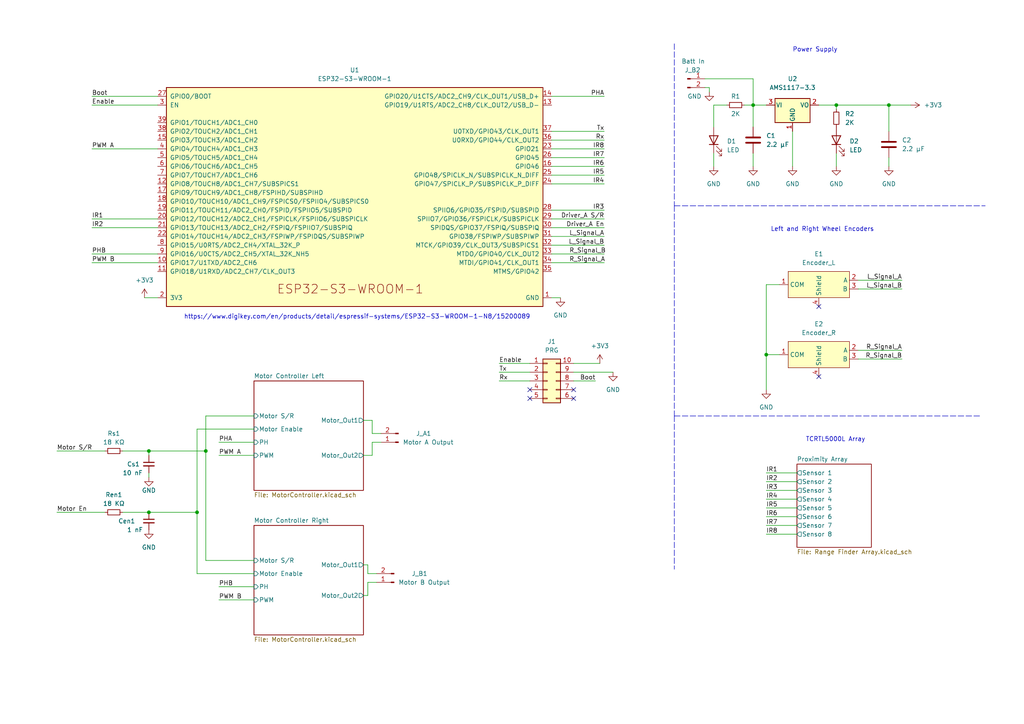
<source format=kicad_sch>
(kicad_sch (version 20211123) (generator eeschema)
  (paper "A4")
  (title_block (title "TurtleBot Mainboard") (date "2022-11-27") (rev "0.1") (company "Amoskeag Technologies"))
  (lib_symbols
    (symbol "Amoskeag-KiCAD-Lib:Kailh_Encoder"
      (property "Reference" "E" (at 0 7.62 0))
      (property "Value" "Kailh_Encoder" (at 0 5.08 0))
      (symbol "Kailh_Encoder_0_1"
        (rectangle (start -8.89 3.81) (end 8.89 -3.81) (fill (type background)))
      )
      (symbol "Kailh_Encoder_1_1"
        (pin input line (at -11.43 0 0) (length 2.54) (name "COM") (number "1"))
        (pin output line (at 11.43 1.27 180) (length 2.54) (name "A") (number "2"))
        (pin output line (at 11.43 -1.27 180) (length 2.54) (name "B") (number "3"))
        (pin unspecified line (at 0 -6.35 90) (length 2.54) (name "Shield") (number "4"))
      )
    )
    (symbol "Connector:Conn_01x02_Male" (pin_names (offset 1.016) hide)
      (property "Reference" "J" (at 0 2.54 0))
      (property "Value" "Conn_01x02_Male" (at 0 -5.08 0))
      (symbol "Conn_01x02_Male_1_1"
        (polyline (pts (xy 1.27 -2.54) (xy 0.8636 -2.54)) (stroke (width 0.1524)))
        (polyline (pts (xy 1.27 0) (xy 0.8636 0)) (stroke (width 0.1524)))
        (rectangle (start 0.8636 -2.413) (end 0 -2.667) (stroke (width 0.1524)) (fill (type outline)))
        (rectangle (start 0.8636 0.127) (end 0 -0.127) (stroke (width 0.1524)) (fill (type outline)))
        (pin passive line (at 5.08 0 180) (length 3.81) (name "Pin_1") (number "1"))
        (pin passive line (at 5.08 -2.54 180) (length 3.81) (name "Pin_2") (number "2"))
      )
    )
    (symbol "Connector_Generic:Conn_02x05_Counter_Clockwise" (pin_names (offset 1.016) hide)
      (property "Reference" "J" (at 1.27 7.62 0))
      (property "Value" "Conn_02x05_Counter_Clockwise" (at 1.27 -7.62 0))
      (symbol "Conn_02x05_Counter_Clockwise_1_1"
        (rectangle (start -1.27 -4.953) (end 0 -5.207) (stroke (width 0.1524)))
        (rectangle (start -1.27 -2.413) (end 0 -2.667) (stroke (width 0.1524)))
        (rectangle (start -1.27 0.127) (end 0 -0.127) (stroke (width 0.1524)))
        (rectangle (start -1.27 2.667) (end 0 2.413) (stroke (width 0.1524)))
        (rectangle (start -1.27 5.207) (end 0 4.953) (stroke (width 0.1524)))
        (rectangle (start -1.27 6.35) (end 3.81 -6.35) (stroke (width 0.254)) (fill (type background)))
        (rectangle (start 3.81 -4.953) (end 2.54 -5.207) (stroke (width 0.1524)))
        (rectangle (start 3.81 -2.413) (end 2.54 -2.667) (stroke (width 0.1524)))
        (rectangle (start 3.81 0.127) (end 2.54 -0.127) (stroke (width 0.1524)))
        (rectangle (start 3.81 2.667) (end 2.54 2.413) (stroke (width 0.1524)))
        (rectangle (start 3.81 5.207) (end 2.54 4.953) (stroke (width 0.1524)))
        (pin passive line (at -5.08 5.08 0) (length 3.81) (name "Pin_1") (number "1"))
        (pin passive line (at 7.62 5.08 180) (length 3.81) (name "Pin_10") (number "10"))
        (pin passive line (at -5.08 2.54 0) (length 3.81) (name "Pin_2") (number "2"))
        (pin passive line (at -5.08 0 0) (length 3.81) (name "Pin_3") (number "3"))
        (pin passive line (at -5.08 -2.54 0) (length 3.81) (name "Pin_4") (number "4"))
        (pin passive line (at -5.08 -5.08 0) (length 3.81) (name "Pin_5") (number "5"))
        (pin passive line (at 7.62 -5.08 180) (length 3.81) (name "Pin_6") (number "6"))
        (pin passive line (at 7.62 -2.54 180) (length 3.81) (name "Pin_7") (number "7"))
        (pin passive line (at 7.62 0 180) (length 3.81) (name "Pin_8") (number "8"))
        (pin passive line (at 7.62 2.54 180) (length 3.81) (name "Pin_9") (number "9"))
      )
    )
    (symbol "Device:C" (pin_numbers hide) (pin_names (offset 0.254))
      (property "Reference" "C" (at 0.635 2.54 0))
      (property "Value" "C" (at 0.635 -2.54 0))
      (symbol "C_0_1"
        (polyline (pts (xy -2.032 -0.762) (xy 2.032 -0.762)) (stroke (width 0.508)))
        (polyline (pts (xy -2.032 0.762) (xy 2.032 0.762)) (stroke (width 0.508)))
      )
      (symbol "C_1_1"
        (pin passive line (at 0 3.81 270) (length 2.794) (name "~") (number "1"))
        (pin passive line (at 0 -3.81 90) (length 2.794) (name "~") (number "2"))
      )
    )
    (symbol "Device:C_Small" (pin_numbers hide) (pin_names (offset 0.254) hide)
      (property "Reference" "C" (at 0.254 1.778 0))
      (property "Value" "C_Small" (at 0.254 -2.032 0))
      (symbol "C_Small_0_1"
        (polyline (pts (xy -1.524 -0.508) (xy 1.524 -0.508)) (stroke (width 0.3302)))
        (polyline (pts (xy -1.524 0.508) (xy 1.524 0.508)) (stroke (width 0.3048)))
      )
      (symbol "C_Small_1_1"
        (pin passive line (at 0 2.54 270) (length 2.032) (name "~") (number "1"))
        (pin passive line (at 0 -2.54 90) (length 2.032) (name "~") (number "2"))
      )
    )
    (symbol "Device:LED" (pin_numbers hide) (pin_names (offset 1.016) hide)
      (property "Reference" "D" (at 0 2.54 0))
      (property "Value" "LED" (at 0 -2.54 0))
      (symbol "LED_0_1"
        (polyline (pts (xy -1.27 -1.27) (xy -1.27 1.27)) (stroke (width 0.254)))
        (polyline (pts (xy -1.27 0) (xy 1.27 0)))
        (polyline (pts (xy 1.27 -1.27) (xy 1.27 1.27) (xy -1.27 0) (xy 1.27 -1.27)) (stroke (width 0.254)))
        (polyline (pts (xy -3.048 -0.762) (xy -4.572 -2.286) (xy -3.81 -2.286) (xy -4.572 -2.286) (xy -4.572 -1.524)))
        (polyline (pts (xy -1.778 -0.762) (xy -3.302 -2.286) (xy -2.54 -2.286) (xy -3.302 -2.286) (xy -3.302 -1.524)))
      )
      (symbol "LED_1_1"
        (pin passive line (at -3.81 0 0) (length 2.54) (name "K") (number "1"))
        (pin passive line (at 3.81 0 180) (length 2.54) (name "A") (number "2"))
      )
    )
    (symbol "Device:R_Small" (pin_numbers hide) (pin_names (offset 0.254) hide)
      (property "Reference" "R" (at 0.762 0.508 0))
      (property "Value" "R_Small" (at 0.762 -1.016 0))
      (symbol "R_Small_0_1"
        (rectangle (start -0.762 1.778) (end 0.762 -1.778) (stroke (width 0.2032)))
      )
      (symbol "R_Small_1_1"
        (pin passive line (at 0 2.54 270) (length 0.762) (name "~") (number "1"))
        (pin passive line (at 0 -2.54 90) (length 0.762) (name "~") (number "2"))
      )
    )
    (symbol "Espressif:ESP32-S3-WROOM-1" (pin_names (offset 1.016))
      (property "Reference" "U" (at -53.34 38.1 0))
      (property "Value" "ESP32-S3-WROOM-1" (at -53.34 35.56 0))
      (symbol "ESP32-S3-WROOM-1_0_0"
        (rectangle (start -53.34 33.02) (end 55.88 -30.48) (stroke (width 0.254)) (fill (type background)))
        (text "ESP32-S3-WROOM-1" (at 0 -25.4 0) (effects (font (size 2.54 2.54))))
        (pin power_in line (at 58.42 -27.94 180) (length 2.54) (name "GND") (number "1"))
        (pin bidirectional line (at -55.88 -17.78 0) (length 2.54) (name "GPIO17/U1TXD/ADC2_CH6") (number "10"))
        (pin bidirectional line (at -55.88 -20.32 0) (length 2.54) (name "GPIO18/U1RXD/ADC2_CH7/CLK_OUT3") (number "11"))
        (pin bidirectional line (at -55.88 5.08 0) (length 2.54) (name "GPIO8/TOUCH8/ADC1_CH7/SUBSPICS1") (number "12"))
        (pin bidirectional line (at 58.42 27.94 180) (length 2.54) (name "GPIO19/U1RTS/ADC2_CH8/CLK_OUT2/USB_D-") (number "13"))
        (pin bidirectional line (at 58.42 30.48 180) (length 2.54) (name "GPIO20/U1CTS/ADC2_CH9/CLK_OUT1/USB_D+") (number "14"))
        (pin bidirectional line (at -55.88 17.78 0) (length 2.54) (name "GPIO3/TOUCH3/ADC1_CH2") (number "15"))
        (pin bidirectional line (at 58.42 10.16 180) (length 2.54) (name "GPIO46") (number "16"))
        (pin bidirectional line (at -55.88 2.54 0) (length 2.54) (name "GPIO9/TOUCH9/ADC1_CH8/FSPIHD/SUBSPIHD") (number "17"))
        (pin bidirectional line (at -55.88 0 0) (length 2.54) (name "GPIO10/TOUCH10/ADC1_CH9/FSPICS0/FSPIIO4/SUBSPICS0") (number "18"))
        (pin bidirectional line (at -55.88 -2.54 0) (length 2.54) (name "GPIO11/TOUCH11/ADC2_CH0/FSPID/FSPIIO5/SUBSPID") (number "19"))
        (pin power_in line (at -55.88 -27.94 0) (length 2.54) (name "3V3") (number "2"))
        (pin bidirectional line (at -55.88 -5.08 0) (length 2.54) (name "GPIO12/TOUCH12/ADC2_CH1/FSPICLK/FSPIIO6/SUBSPICLK") (number "20"))
        (pin bidirectional line (at -55.88 -7.62 0) (length 2.54) (name "GPIO13/TOUCH13/ADC2_CH2/FSPIQ/FSPIIO7/SUBSPIQ") (number "21"))
        (pin bidirectional line (at -55.88 -10.16 0) (length 2.54) (name "GPIO14/TOUCH14/ADC2_CH3/FSPIWP/FSPIDQS/SUBSPIWP") (number "22"))
        (pin bidirectional line (at 58.42 15.24 180) (length 2.54) (name "GPIO21") (number "23"))
        (pin bidirectional line (at 58.42 5.08 180) (length 2.54) (name "GPIO47/SPICLK_P/SUBSPICLK_P_DIFF") (number "24"))
        (pin bidirectional line (at 58.42 7.62 180) (length 2.54) (name "GPIO48/SPICLK_N/SUBSPICLK_N_DIFF") (number "25"))
        (pin bidirectional line (at 58.42 12.7 180) (length 2.54) (name "GPIO45") (number "26"))
        (pin bidirectional line (at -55.88 30.48 0) (length 2.54) (name "GPIO0/BOOT") (number "27"))
        (pin bidirectional line (at 58.42 -2.54 180) (length 2.54) (name "SPIIO6/GPIO35/FSPID/SUBSPID") (number "28"))
        (pin bidirectional line (at 58.42 -5.08 180) (length 2.54) (name "SPIIO7/GPIO36/FSPICLK/SUBSPICLK") (number "29"))
        (pin input line (at -55.88 27.94 0) (length 2.54) (name "EN") (number "3"))
        (pin bidirectional line (at 58.42 -7.62 180) (length 2.54) (name "SPIDQS/GPIO37/FSPIQ/SUBSPIQ") (number "30"))
        (pin bidirectional line (at 58.42 -10.16 180) (length 2.54) (name "GPIO38/FSPIWP/SUBSPIWP") (number "31"))
        (pin bidirectional line (at 58.42 -12.7 180) (length 2.54) (name "MTCK/GPIO39/CLK_OUT3/SUBSPICS1") (number "32"))
        (pin bidirectional line (at 58.42 -15.24 180) (length 2.54) (name "MTDO/GPIO40/CLK_OUT2") (number "33"))
        (pin bidirectional line (at 58.42 -17.78 180) (length 2.54) (name "MTDI/GPIO41/CLK_OUT1") (number "34"))
        (pin bidirectional line (at 58.42 -20.32 180) (length 2.54) (name "MTMS/GPIO42") (number "35"))
        (pin bidirectional line (at 58.42 17.78 180) (length 2.54) (name "U0RXD/GPIO44/CLK_OUT2") (number "36"))
        (pin bidirectional line (at 58.42 20.32 180) (length 2.54) (name "U0TXD/GPIO43/CLK_OUT1") (number "37"))
        (pin bidirectional line (at -55.88 20.32 0) (length 2.54) (name "GPIO2/TOUCH2/ADC1_CH1") (number "38"))
        (pin bidirectional line (at -55.88 22.86 0) (length 2.54) (name "GPIO1/TOUCH1/ADC1_CH0") (number "39"))
        (pin bidirectional line (at -55.88 15.24 0) (length 2.54) (name "GPIO4/TOUCH4/ADC1_CH3") (number "4"))
        (pin passive line (at 58.42 -27.94 180) (length 2.54) hide (name "GND") (number "40"))
        (pin passive line (at 58.42 -27.94 180) (length 2.54) hide (name "GND") (number "41"))
        (pin bidirectional line (at -55.88 12.7 0) (length 2.54) (name "GPIO5/TOUCH5/ADC1_CH4") (number "5"))
        (pin bidirectional line (at -55.88 10.16 0) (length 2.54) (name "GPIO6/TOUCH6/ADC1_CH5") (number "6"))
        (pin bidirectional line (at -55.88 7.62 0) (length 2.54) (name "GPIO7/TOUCH7/ADC1_CH6") (number "7"))
        (pin bidirectional line (at -55.88 -12.7 0) (length 2.54) (name "GPIO15/U0RTS/ADC2_CH4/XTAL_32K_P") (number "8"))
        (pin bidirectional line (at -55.88 -15.24 0) (length 2.54) (name "GPIO16/U0CTS/ADC2_CH5/XTAL_32K_NH5") (number "9"))
      )
    )
    (symbol "Regulator_Linear:AMS1117-3.3" (pin_names (offset 0.254))
      (property "Reference" "U" (at -3.81 3.175 0))
      (property "Value" "AMS1117-3.3" (at 0 3.175 0))
      (symbol "AMS1117-3.3_0_1"
        (rectangle (start -5.08 -5.08) (end 5.08 1.905) (stroke (width 0.254)) (fill (type background)))
      )
      (symbol "AMS1117-3.3_1_1"
        (pin power_in line (at 0 -7.62 90) (length 2.54) (name "GND") (number "1"))
        (pin power_out line (at 7.62 0 180) (length 2.54) (name "VO") (number "2"))
        (pin power_in line (at -7.62 0 0) (length 2.54) (name "VI") (number "3"))
      )
    )
    (symbol "power:+3V3" (power) (pin_names (offset 0))
      (property "Value" "+3V3" (at 0 3.556 0))
      (symbol "+3V3_0_1"
        (polyline (pts (xy -0.762 1.27) (xy 0 2.54)))
        (polyline (pts (xy 0 0) (xy 0 2.54)))
        (polyline (pts (xy 0 2.54) (xy 0.762 1.27)))
      )
      (symbol "+3V3_1_1"
        (pin power_in line (at 0 0 90) (length 0) hide (name "+3V3") (number "1"))
      )
    )
    (symbol "power:GND" (power) (pin_names (offset 0))
      (property "Value" "GND" (at 0 -3.81 0))
      (symbol "GND_0_1"
        (polyline (pts (xy 0 0) (xy 0 -1.27) (xy 1.27 -1.27) (xy 0 -2.54) (xy -1.27 -1.27) (xy 0 -1.27)))
      )
      (symbol "GND_1_1"
        (pin power_in line (at 0 0 270) (length 0) hide (name "GND") (number "1"))
      )
    )
  )
  (junction (at 43.18 148.59))
  (junction (at 222.25 102.87))
  (junction (at 43.18 130.81))
  (junction (at 218.44 30.48))
  (junction (at 257.81 30.48))
  (junction (at 57.15 148.59))
  (junction (at 242.57 30.48))
  (junction (at 59.69 130.81))
  (no_connect (at 153.67 113.03))
  (no_connect (at 166.37 113.03))
  (no_connect (at 166.37 115.57))
  (no_connect (at 153.67 115.57))
  (no_connect (at 237.49 109.22))
  (no_connect (at 237.49 88.9))
  (wire (pts (xy 26.67 43.18) (xy 45.72 43.18)))
  (wire (pts (xy 160.02 73.66) (xy 175.26 73.66)))
  (wire (pts (xy 226.06 82.55) (xy 222.25 82.55)))
  (wire (pts (xy 226.06 102.87) (xy 222.25 102.87)))
  (wire (pts (xy 248.92 101.6) (xy 261.62 101.6)))
  (wire (pts (xy 59.69 162.56) (xy 59.69 130.81)))
  (wire (pts (xy 16.51 148.59) (xy 30.48 148.59)))
  (wire (pts (xy 160.02 76.2) (xy 175.26 76.2)))
  (wire (pts (xy 160.02 50.8) (xy 175.26 50.8)))
  (wire (pts (xy 222.25 152.4) (xy 231.14 152.4)))
  (wire (pts (xy 160.02 40.64) (xy 175.26 40.64)))
  (wire (pts (xy 43.18 137.16) (xy 43.18 138.43)))
  (wire (pts (xy 222.25 142.24) (xy 231.14 142.24)))
  (polyline (pts (xy 195.58 12.7) (xy 195.58 59.69)))
  (wire (pts (xy 160.02 68.58) (xy 175.26 68.58)))
  (wire (pts (xy 257.81 45.72) (xy 257.81 48.26)))
  (wire (pts (xy 207.01 44.45) (xy 207.01 48.26)))
  (wire (pts (xy 222.25 82.55) (xy 222.25 102.87)))
  (wire (pts (xy 222.25 139.7) (xy 231.14 139.7)))
  (wire (pts (xy 237.49 30.48) (xy 242.57 30.48)))
  (wire (pts (xy 242.57 30.48) (xy 242.57 31.75)))
  (wire (pts (xy 107.95 132.08) (xy 107.95 128.27)))
  (wire (pts (xy 26.67 30.48) (xy 45.72 30.48)))
  (polyline (pts (xy 195.58 120.65) (xy 195.58 165.1)))
  (wire (pts (xy 160.02 86.36) (xy 162.56 86.36)))
  (wire (pts (xy 57.15 148.59) (xy 57.15 124.46)))
  (wire (pts (xy 160.02 66.04) (xy 175.26 66.04)))
  (wire (pts (xy 26.67 27.94) (xy 45.72 27.94)))
  (wire (pts (xy 144.78 105.41) (xy 153.67 105.41)))
  (polyline (pts (xy 195.58 59.69) (xy 285.75 59.69)))
  (wire (pts (xy 222.25 102.87) (xy 222.25 113.03)))
  (wire (pts (xy 105.41 132.08) (xy 107.95 132.08)))
  (wire (pts (xy 106.68 172.72) (xy 106.68 168.91)))
  (wire (pts (xy 222.25 149.86) (xy 231.14 149.86)))
  (wire (pts (xy 229.87 38.1) (xy 229.87 48.26)))
  (wire (pts (xy 248.92 81.28) (xy 261.62 81.28)))
  (wire (pts (xy 160.02 27.94) (xy 175.26 27.94)))
  (wire (pts (xy 207.01 30.48) (xy 210.82 30.48)))
  (wire (pts (xy 59.69 130.81) (xy 59.69 120.65)))
  (wire (pts (xy 106.68 168.91) (xy 109.22 168.91)))
  (wire (pts (xy 166.37 107.95) (xy 177.8 107.95)))
  (wire (pts (xy 218.44 30.48) (xy 222.25 30.48)))
  (wire (pts (xy 166.37 105.41) (xy 173.99 105.41)))
  (wire (pts (xy 160.02 45.72) (xy 175.26 45.72)))
  (wire (pts (xy 218.44 44.45) (xy 218.44 48.26)))
  (wire (pts (xy 248.92 104.14) (xy 261.62 104.14)))
  (wire (pts (xy 107.95 125.73) (xy 110.49 125.73)))
  (wire (pts (xy 73.66 120.65) (xy 59.69 120.65)))
  (wire (pts (xy 248.92 83.82) (xy 261.62 83.82)))
  (wire (pts (xy 106.68 166.37) (xy 109.22 166.37)))
  (wire (pts (xy 160.02 71.12) (xy 175.26 71.12)))
  (wire (pts (xy 105.41 172.72) (xy 106.68 172.72)))
  (wire (pts (xy 63.5 173.99) (xy 73.66 173.99)))
  (wire (pts (xy 218.44 30.48) (xy 218.44 36.83)))
  (wire (pts (xy 204.47 22.86) (xy 218.44 22.86)))
  (wire (pts (xy 222.25 154.94) (xy 231.14 154.94)))
  (wire (pts (xy 26.67 73.66) (xy 45.72 73.66)))
  (polyline (pts (xy 195.58 59.69) (xy 195.58 120.65)))
  (wire (pts (xy 144.78 107.95) (xy 153.67 107.95)))
  (wire (pts (xy 257.81 30.48) (xy 264.16 30.48)))
  (wire (pts (xy 35.56 148.59) (xy 43.18 148.59)))
  (wire (pts (xy 57.15 166.37) (xy 73.66 166.37)))
  (wire (pts (xy 257.81 30.48) (xy 257.81 38.1)))
  (wire (pts (xy 63.5 132.08) (xy 73.66 132.08)))
  (wire (pts (xy 242.57 44.45) (xy 242.57 48.26)))
  (wire (pts (xy 222.25 144.78) (xy 231.14 144.78)))
  (polyline (pts (xy 195.58 120.65) (xy 284.48 120.65)))
  (wire (pts (xy 43.18 132.08) (xy 43.18 130.81)))
  (wire (pts (xy 57.15 166.37) (xy 57.15 148.59)))
  (wire (pts (xy 160.02 43.18) (xy 175.26 43.18)))
  (wire (pts (xy 43.18 148.59) (xy 57.15 148.59)))
  (wire (pts (xy 35.56 130.81) (xy 43.18 130.81)))
  (wire (pts (xy 160.02 63.5) (xy 175.26 63.5)))
  (wire (pts (xy 207.01 30.48) (xy 207.01 36.83)))
  (wire (pts (xy 160.02 53.34) (xy 175.26 53.34)))
  (wire (pts (xy 105.41 121.92) (xy 107.95 121.92)))
  (wire (pts (xy 57.15 124.46) (xy 73.66 124.46)))
  (wire (pts (xy 218.44 22.86) (xy 218.44 30.48)))
  (wire (pts (xy 242.57 30.48) (xy 257.81 30.48)))
  (wire (pts (xy 16.51 130.81) (xy 30.48 130.81)))
  (wire (pts (xy 63.5 170.18) (xy 73.66 170.18)))
  (wire (pts (xy 107.95 121.92) (xy 107.95 125.73)))
  (wire (pts (xy 205.74 25.4) (xy 205.74 26.67)))
  (wire (pts (xy 106.68 163.83) (xy 106.68 166.37)))
  (wire (pts (xy 166.37 110.49) (xy 172.72 110.49)))
  (wire (pts (xy 63.5 128.27) (xy 73.66 128.27)))
  (wire (pts (xy 26.67 66.04) (xy 45.72 66.04)))
  (wire (pts (xy 107.95 128.27) (xy 110.49 128.27)))
  (wire (pts (xy 160.02 60.96) (xy 175.26 60.96)))
  (wire (pts (xy 215.9 30.48) (xy 218.44 30.48)))
  (wire (pts (xy 144.78 110.49) (xy 153.67 110.49)))
  (wire (pts (xy 204.47 25.4) (xy 205.74 25.4)))
  (wire (pts (xy 41.91 86.36) (xy 45.72 86.36)))
  (wire (pts (xy 105.41 163.83) (xy 106.68 163.83)))
  (wire (pts (xy 59.69 162.56) (xy 73.66 162.56)))
  (wire (pts (xy 26.67 63.5) (xy 45.72 63.5)))
  (wire (pts (xy 222.25 137.16) (xy 231.14 137.16)))
  (wire (pts (xy 160.02 48.26) (xy 175.26 48.26)))
  (wire (pts (xy 222.25 147.32) (xy 231.14 147.32)))
  (wire (pts (xy 26.67 76.2) (xy 45.72 76.2)))
  (wire (pts (xy 160.02 38.1) (xy 175.26 38.1)))
  (wire (pts (xy 43.18 130.81) (xy 59.69 130.81)))
  (text "https://www.digikey.com/en/products/detail/espressif-systems/ESP32-S3-WROOM-1-N8/15200089" (at 53.34 92.71 0) (effects (font (size 1.27 1.27)) (justify left bottom)))
  (text "TCRTL5000L Array\n" (at 233.68 128.27 0) (effects (font (size 1.27 1.27)) (justify left bottom)))
  (text "Power Supply" (at 229.87 15.24 0) (effects (font (size 1.27 1.27)) (justify left bottom)))
  (text "Left and Right Wheel Encoders" (at 223.52 67.31 0) (effects (font (size 1.27 1.27)) (justify left bottom)))
  (label "IR3" (at 175.26 60.96 180))
  (label "Motor S{slash}R" (at 16.51 130.81 0))
  (label "R_Signal_B" (at 261.62 104.14 180))
  (label "Rx" (at 144.78 110.49 0))
  (label "R_Signal_B" (at 165.1 73.66 0))
  (label "Tx" (at 144.78 107.95 0))
  (label "L_Signal_B" (at 175.26 71.12 180))
  (label "IR5" (at 175.26 50.8 180))
  (label "Motor En" (at 16.51 148.59 0))
  (label "Driver_A En" (at 175.26 66.04 180))
  (label "IR7" (at 175.26 45.72 180))
  (label "IR1" (at 26.67 63.5 0))
  (label "IR2" (at 222.25 139.7 0))
  (label "Driver_A S{slash}R" (at 175.26 63.5 180))
  (label "PHB" (at 63.5 170.18 0))
  (label "IR8" (at 222.25 154.94 0))
  (label "PWM A" (at 63.5 132.08 0))
  (label "L_Signal_A" (at 261.62 81.28 180))
  (label "IR8" (at 175.26 43.18 180))
  (label "IR4" (at 175.26 53.34 180))
  (label "PHA" (at 175.26 27.94 180))
  (label "IR5" (at 222.25 147.32 0))
  (label "PHA" (at 63.5 128.27 0))
  (label "R_Signal_A" (at 261.62 101.6 180))
  (label "Rx" (at 175.26 40.64 180))
  (label "PWM A" (at 26.67 43.18 0))
  (label "L_Signal_A" (at 175.26 68.58 180))
  (label "Boot" (at 172.72 110.49 180))
  (label "IR6" (at 175.26 48.26 180))
  (label "Enable" (at 26.67 30.48 0))
  (label "IR1" (at 222.25 137.16 0))
  (label "IR6" (at 222.25 149.86 0))
  (label "Enable" (at 144.78 105.41 0))
  (label "IR7" (at 222.25 152.4 0))
  (label "L_Signal_B" (at 261.62 83.82 180))
  (label "PWM B" (at 26.67 76.2 0))
  (label "PHB" (at 26.67 73.66 0))
  (label "IR4" (at 222.25 144.78 0))
  (label "PWM B" (at 63.5 173.99 0))
  (label "R_Signal_A" (at 165.1 76.2 0))
  (label "IR2" (at 26.67 66.04 0))
  (label "Boot" (at 26.67 27.94 0))
  (label "Tx" (at 175.26 38.1 180))
  (label "IR3" (at 222.25 142.24 0))
  (symbol (lib_id "Regulator_Linear:AMS1117-3.3") (at 229.87 30.48 0) (unit 1)
    (property "Reference" "U2" (at 229.87 22.86 0))
    (property "Value" "AMS1117-3.3" (at 229.87 25.4 0))
    (property "Footprint" "Package_TO_SOT_SMD:SOT-223-3_TabPin2" (effects hide))
    (property "Datasheet" "http://www.advanced-monolithic.com/pdf/ds1117.pdf" (effects hide))
  )
  (symbol (lib_id "Device:C_Small") (at 43.18 134.62 0) (unit 1)
    (property "Reference" "Cs1" (at 36.83 134.62 0) (effects (justify left)))
    (property "Value" "10 nF" (at 35.56 137.16 0) (effects (justify left)))
    (property "Footprint" "Capacitor_SMD:C_0805_2012Metric" (effects hide))
  )
  (symbol (lib_id "power:GND") (at 43.18 153.67 0) (unit 1)
    (property "Reference" "#PWR03" (effects hide))
    (property "Value" "GND" (at 43.18 158.75 0))
  )
  (symbol (lib_id "Connector:Conn_01x02_Male") (at 115.57 128.27 180) (unit 1)
    (property "Reference" "J_A1" (at 120.65 125.73 0) (effects (justify right)))
    (property "Value" "Motor A Output" (at 116.84 128.2699 0) (effects (justify right)))
    (property "Footprint" "Connector_JST:JST_EH_B2B-EH-A_1x02_P2.50mm_Vertical" (effects hide))
  )
  (symbol (lib_id "power:GND") (at 257.81 48.26 0) (unit 1)
    (property "Reference" "#PWR013" (effects hide))
    (property "Value" "GND" (at 257.81 53.34 0))
  )
  (symbol (lib_id "Device:R_Small") (at 33.02 148.59 90) (unit 1)
    (property "Reference" "Ren1" (at 33.02 143.51 90))
    (property "Value" "18 KΩ" (at 33.02 146.05 90))
    (property "Footprint" "Resistor_SMD:R_0805_2012Metric" (effects hide))
  )
  (symbol (lib_id "power:GND") (at 162.56 86.36 0) (unit 1)
    (property "Reference" "#PWR04" (effects hide))
    (property "Value" "GND" (at 162.56 91.44 0))
  )
  (symbol (lib_id "power:GND") (at 218.44 48.26 0) (unit 1)
    (property "Reference" "#PWR09" (effects hide))
    (property "Value" "GND" (at 218.44 53.34 0))
  )
  (symbol (lib_id "Connector:Conn_01x02_Male") (at 114.3 168.91 180) (unit 1)
    (property "Reference" "J_B1" (at 119.38 166.37 0) (effects (justify right)))
    (property "Value" "Motor B Output" (at 115.57 168.9099 0) (effects (justify right)))
    (property "Footprint" "Connector_JST:JST_EH_B2B-EH-A_1x02_P2.50mm_Vertical" (effects hide))
  )
  (symbol (lib_id "Device:R_Small") (at 33.02 130.81 90) (unit 1)
    (property "Reference" "Rs1" (at 33.02 125.73 90))
    (property "Value" "18 KΩ" (at 33.02 128.27 90))
    (property "Footprint" "Resistor_SMD:R_0805_2012Metric" (effects hide))
  )
  (symbol (lib_id "power:+3V3") (at 41.91 86.36 0) (unit 1)
    (property "Reference" "#PWR01" (effects hide))
    (property "Value" "+3V3" (at 41.91 81.28 0))
  )
  (symbol (lib_id "Device:LED") (at 242.57 40.64 90) (unit 1)
    (property "Reference" "D2" (at 246.38 40.9574 90) (effects (justify right)))
    (property "Value" "LED" (at 246.38 43.4974 90) (effects (justify right)))
    (property "Footprint" "Resistor_SMD:R_0805_2012Metric" (effects hide))
  )
  (symbol (lib_id "Device:LED") (at 207.01 40.64 90) (unit 1)
    (property "Reference" "D1" (at 210.82 40.9574 90) (effects (justify right)))
    (property "Value" "LED" (at 210.82 43.4974 90) (effects (justify right)))
    (property "Footprint" "Resistor_SMD:R_0805_2012Metric" (effects hide))
  )
  (symbol (lib_id "power:GND") (at 242.57 48.26 0) (unit 1)
    (property "Reference" "#PWR012" (effects hide))
    (property "Value" "GND" (at 242.57 53.34 0))
  )
  (symbol (lib_id "power:GND") (at 222.25 113.03 0) (unit 1)
    (property "Reference" "#PWR010" (effects hide))
    (property "Value" "GND" (at 222.25 118.11 0))
  )
  (symbol (lib_id "power:+3V3") (at 264.16 30.48 270) (unit 1)
    (property "Reference" "#PWR014" (effects hide))
    (property "Value" "+3V3" (at 267.97 30.4799 90) (effects (justify left)))
  )
  (symbol (lib_id "Connector_Generic:Conn_02x05_Counter_Clockwise") (at 158.75 110.49 0) (unit 1)
    (property "Reference" "J1" (at 160.02 99.06 0))
    (property "Value" "PRG" (at 160.02 101.6 0))
    (property "Footprint" "Connector:Tag-Connect_TC2050-IDC-FP_2x05_P1.27mm_Vertical" (effects hide))
  )
  (symbol (lib_id "power:GND") (at 207.01 48.26 0) (unit 1)
    (property "Reference" "#PWR08" (effects hide))
    (property "Value" "GND" (at 207.01 53.34 0))
  )
  (symbol (lib_id "power:GND") (at 205.74 26.67 0) (unit 1)
    (property "Reference" "#PWR07" (effects hide))
    (property "Value" "GND" (at 199.39 27.94 0) (effects (justify left)))
  )
  (symbol (lib_id "Device:C") (at 257.81 41.91 0) (unit 1)
    (property "Reference" "C2" (at 261.62 40.6399 0) (effects (justify left)))
    (property "Value" "2.2 µF" (at 261.62 43.1799 0) (effects (justify left)))
    (property "Footprint" "Capacitor_SMD:C_0805_2012Metric" (effects hide))
  )
  (symbol (lib_id "Amoskeag-KiCAD-Lib:Kailh_Encoder") (at 237.49 82.55 0) (unit 1)
    (property "Reference" "E1" (at 237.49 73.66 0))
    (property "Value" "Encoder_L" (at 237.49 76.2 0))
    (property "Footprint" "Amoskeag_KiCAD_Lib:Kailh Encoder 9mm" (effects hide))
  )
  (symbol (lib_id "power:GND") (at 229.87 48.26 0) (unit 1)
    (property "Reference" "#PWR011" (effects hide))
    (property "Value" "GND" (at 229.87 53.34 0))
  )
  (symbol (lib_id "Amoskeag-KiCAD-Lib:Kailh_Encoder") (at 237.49 102.87 0) (unit 1)
    (property "Reference" "E2" (at 237.49 93.98 0))
    (property "Value" "Encoder_R" (at 237.49 96.52 0))
    (property "Footprint" "Amoskeag_KiCAD_Lib:Kailh Encoder 9mm" (effects hide))
  )
  (symbol (lib_id "Device:C") (at 218.44 40.64 0) (unit 1)
    (property "Reference" "C1" (at 222.25 39.3699 0) (effects (justify left)))
    (property "Value" "2.2 µF" (at 222.25 41.9099 0) (effects (justify left)))
    (property "Footprint" "Capacitor_SMD:C_0805_2012Metric" (effects hide))
  )
  (symbol (lib_id "Espressif:ESP32-S3-WROOM-1") (at 101.6 58.42 0) (unit 1)
    (property "Reference" "U1" (at 102.87 20.32 0))
    (property "Value" "ESP32-S3-WROOM-1" (at 102.87 22.86 0))
    (property "Footprint" "Espressif:ESP32-S3-WROOM-1" (effects hide))
    (property "Datasheet" "https://www.espressif.com/sites/default/files/documentation/esp32-s3-wroom-1_wroom-1u_datasheet_en.pdf" (effects hide))
    (property "Source" "https://www.digikey.com/en/products/detail/espressif-systems/ESP32-S3-WROOM-1-N8/15200089" (effects hide))
  )
  (symbol (lib_id "Connector:Conn_01x02_Male") (at 199.39 22.86 0) (unit 1)
    (property "Reference" "J_B2" (at 203.2 20.32 0) (effects (justify right)))
    (property "Value" "Batt In" (at 204.47 17.78 0) (effects (justify right)))
    (property "Footprint" "Connector_JST:JST_EH_B2B-EH-A_1x02_P2.50mm_Vertical" (effects hide))
  )
  (symbol (lib_id "Device:R_Small") (at 242.57 34.29 180) (unit 1)
    (property "Reference" "R2" (at 245.11 33.0199 0) (effects (justify right)))
    (property "Value" "2K " (at 245.11 35.5599 0) (effects (justify right)))
    (property "Footprint" "Resistor_SMD:R_0805_2012Metric" (effects hide))
  )
  (symbol (lib_id "Device:R_Small") (at 213.36 30.48 90) (unit 1)
    (property "Reference" "R1" (at 213.36 27.94 90))
    (property "Value" "2K" (at 213.36 33.02 90))
    (property "Footprint" "Resistor_SMD:R_0805_2012Metric" (effects hide))
  )
  (symbol (lib_id "power:GND") (at 43.18 138.43 0) (unit 1)
    (property "Reference" "#PWR02" (effects hide))
    (property "Value" "GND" (at 43.18 142.24 0))
  )
  (symbol (lib_id "power:GND") (at 177.8 107.95 0) (unit 1)
    (property "Reference" "#PWR06" (effects hide))
    (property "Value" "GND" (at 177.8 113.03 0))
  )
  (symbol (lib_id "Device:C_Small") (at 43.18 151.13 0) (unit 1)
    (property "Reference" "Cen1" (at 34.29 151.13 0) (effects (justify left)))
    (property "Value" "1 nF" (at 36.83 153.67 0) (effects (justify left)))
    (property "Footprint" "Capacitor_SMD:C_0805_2012Metric" (effects hide))
  )
  (symbol (lib_id "power:+3V3") (at 173.99 105.41 0) (unit 1)
    (property "Reference" "#PWR05" (effects hide))
    (property "Value" "+3V3" (at 173.99 100.33 0))
  )
  (sheet (at 73.66 110.49) (size 31.75 31.75) (stroke (width 0.1524))
    (property "Sheet name" "Motor Controller Left" (at 73.66 109.7784 0) (effects (justify left bottom)))
    (property "Sheet file" "MotorController.kicad_sch" (at 73.66 142.8246 0) (effects (justify left top)))
    (pin "Motor_Out1" output (at 105.41 121.92 0))
    (pin "Motor_Out2" output (at 105.41 132.08 0))
    (pin "Motor Enable" input (at 73.66 124.46 180))
    (pin "PH" input (at 73.66 128.27 180))
    (pin "PWM" input (at 73.66 132.08 180))
    (pin "Motor S{slash}R" input (at 73.66 120.65 180))
  )
  (sheet (at 231.14 134.62) (size 21.59 24.13) (stroke (width 0.1524))
    (property "Sheet name" "Proximity Array" (at 231.14 133.9084 0) (effects (justify left bottom)))
    (property "Sheet file" "Range Finder Array.kicad_sch" (at 231.14 159.3346 0) (effects (justify left top)))
    (pin "Sensor 2" output (at 231.14 139.7 180))
    (pin "Sensor 1" output (at 231.14 137.16 180))
    (pin "Sensor 4" output (at 231.14 144.78 180))
    (pin "Sensor 3" output (at 231.14 142.24 180))
    (pin "Sensor 6" output (at 231.14 149.86 180))
    (pin "Sensor 7" output (at 231.14 152.4 180))
    (pin "Sensor 8" output (at 231.14 154.94 180))
    (pin "Sensor 5" output (at 231.14 147.32 180))
  )
  (sheet (at 73.66 152.4) (size 31.75 31.75) (stroke (width 0.1524))
    (property "Sheet name" "Motor Controller Right" (at 73.66 151.6884 0) (effects (justify left bottom)))
    (property "Sheet file" "MotorController.kicad_sch" (at 73.66 184.7346 0) (effects (justify left top)))
    (pin "Motor_Out1" output (at 105.41 163.83 0))
    (pin "Motor_Out2" output (at 105.41 172.72 0))
    (pin "Motor Enable" input (at 73.66 166.37 180))
    (pin "PH" input (at 73.66 170.18 180))
    (pin "PWM" input (at 73.66 173.99 180))
    (pin "Motor S{slash}R" input (at 73.66 162.56 180))
  )
)
</source>
